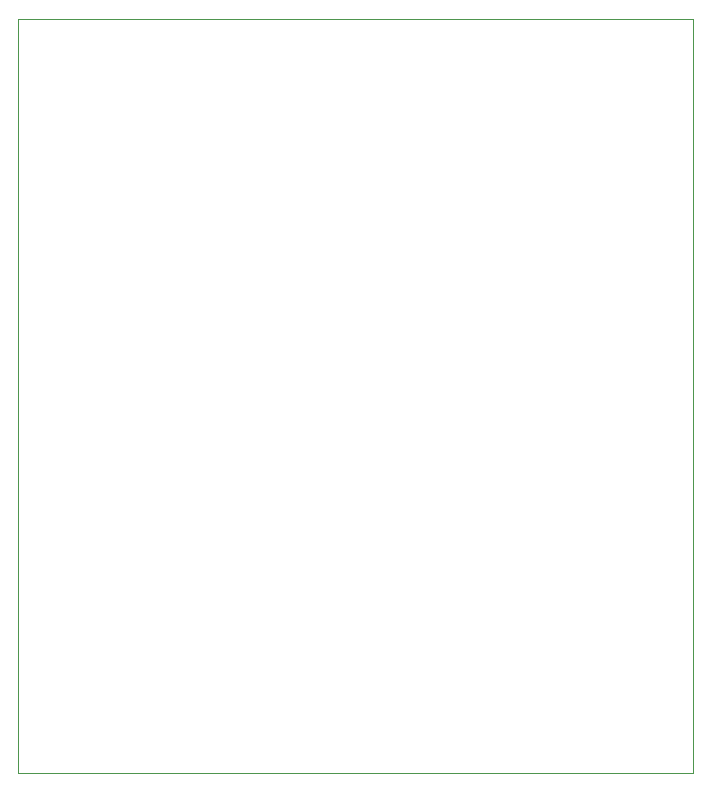
<source format=gbr>
%TF.GenerationSoftware,KiCad,Pcbnew,(7.0.0)*%
%TF.CreationDate,2023-04-30T12:38:50+09:00*%
%TF.ProjectId,RES_project,5245535f-7072-46f6-9a65-63742e6b6963,rev?*%
%TF.SameCoordinates,Original*%
%TF.FileFunction,Profile,NP*%
%FSLAX46Y46*%
G04 Gerber Fmt 4.6, Leading zero omitted, Abs format (unit mm)*
G04 Created by KiCad (PCBNEW (7.0.0)) date 2023-04-30 12:38:50*
%MOMM*%
%LPD*%
G01*
G04 APERTURE LIST*
%TA.AperFunction,Profile*%
%ADD10C,0.100000*%
%TD*%
G04 APERTURE END LIST*
D10*
X29800000Y-91800000D02*
X29800000Y-28000000D01*
X87000000Y-28000000D02*
X87000000Y-91800000D01*
X87000000Y-91800000D02*
X29800000Y-91800000D01*
X29800000Y-28000000D02*
X87000000Y-28000000D01*
M02*

</source>
